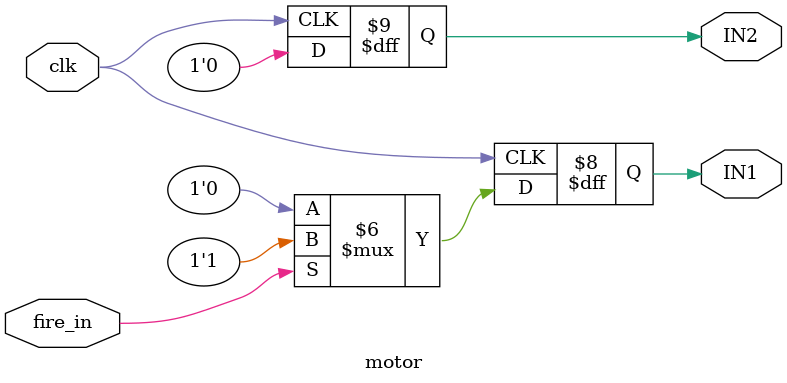
<source format=v>
module motor(
    input clk,
    input fire_in,       // fire sensor input
    output reg IN1,
    output reg IN2
);

    always @(posedge clk) begin
        if (fire_in == 0) begin
            // Fire detected: stop motor
            IN1 <= 0;
            IN2 <= 0;
        end else begin
            // No fire: run motor forward
            IN1 <= 1;
            IN2 <= 0;
        end
    end

endmodule


</source>
